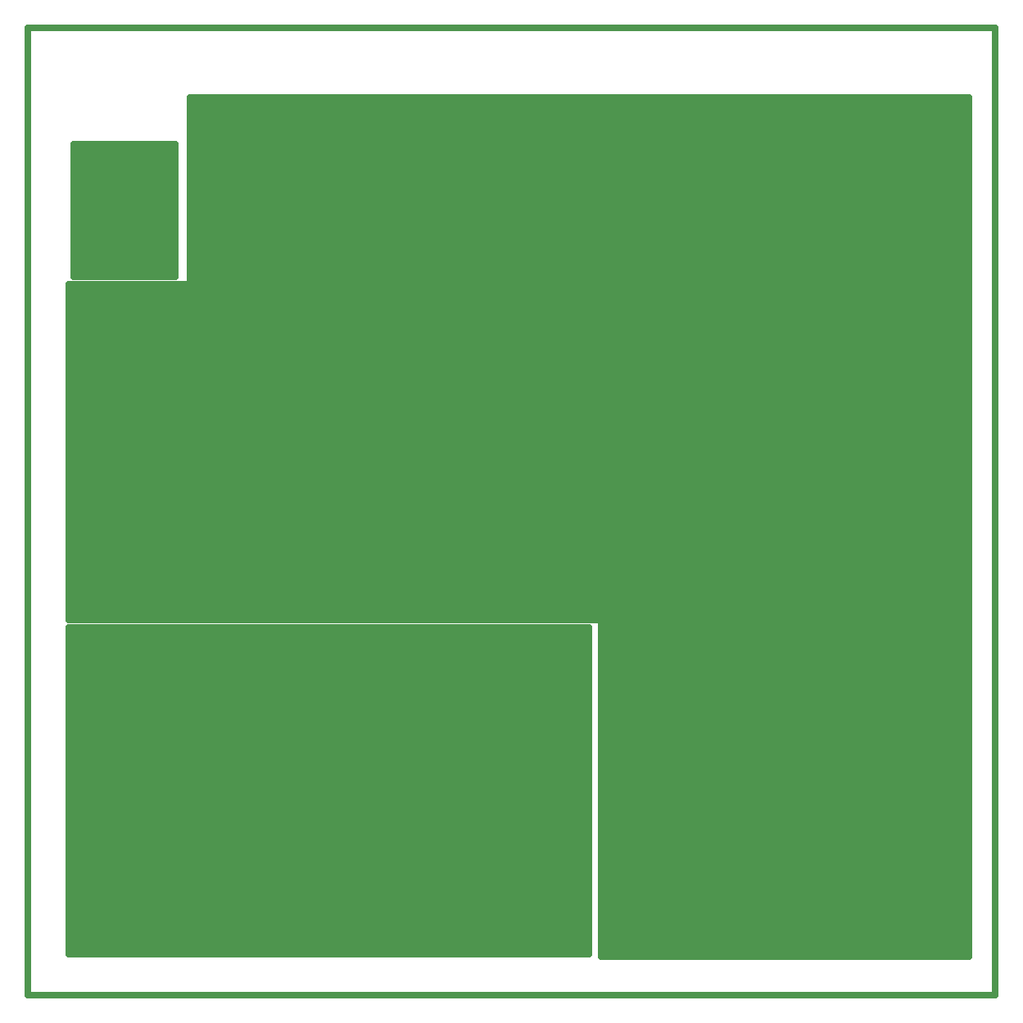
<source format=gbr>
%FSLAX23Y23*%
%MOIN*%
G04 EasyPC Gerber Version 12.0.1 Build 2704 *
%ADD88R,0.08000X0.10000*%
%ADD90R,0.08000X0.08000*%
%ADD86C,0.02500*%
%ADD84C,0.02800*%
%ADD87C,0.03000*%
%ADD92C,0.05200*%
%ADD93C,0.07600*%
%ADD91C,0.08000*%
%ADD89C,0.08000*%
X0Y0D02*
D02*
D84*
X4Y4D02*
X3941D01*
Y3941*
X4*
Y4*
D02*
D86*
X171Y171D02*
X2287D01*
Y1500*
X171*
Y171*
X286Y969D02*
X288Y980D01*
X292Y990*
X299Y999*
X308Y1005*
X318Y1010*
X329Y1011*
X340Y1010*
X350Y1005*
X359Y999*
X366Y990*
X370Y980*
X371Y969*
X370Y958*
X366Y947*
X359Y939*
X350Y932*
X340Y928*
X329Y926*
X318Y928*
X308Y932*
X299Y939*
X292Y947*
X288Y958*
X286Y969*
X286Y1269D02*
X288Y1280D01*
X292Y1290*
X299Y1299*
X308Y1305*
X318Y1309*
X329Y1311*
X340Y1309*
X350Y1305*
X359Y1299*
X365Y1290*
X370Y1280*
X371Y1269*
X370Y1258*
X365Y1247*
X359Y1239*
X350Y1232*
X340Y1228*
X329Y1226*
X318Y1228*
X308Y1232*
X299Y1239*
X292Y1247*
X288Y1258*
X286Y1269*
X530Y308D02*
X541Y307D01*
X551Y302*
X560Y296*
X566Y287*
X570Y277*
X572Y266*
X570Y255*
X566Y245*
X560Y236*
X551Y229*
X541Y225*
X530Y223*
X519Y225*
X508Y229*
X500Y236*
X493Y245*
X489Y255*
X487Y266*
X489Y277*
X493Y287*
X500Y296*
X508Y302*
X519Y307*
X530Y308*
X539Y1460D02*
X550Y1458D01*
X561Y1454*
X569Y1447*
X576Y1439*
X580Y1428*
X582Y1417*
X580Y1406*
X576Y1396*
X569Y1387*
X561Y1381*
X550Y1376*
X539Y1375*
X528Y1376*
X518Y1381*
X509Y1387*
X503Y1396*
X499Y1406*
X497Y1417*
X499Y1428*
X503Y1439*
X509Y1447*
X518Y1454*
X528Y1458*
X539Y1460*
X566Y460D02*
X565Y449D01*
X560Y439*
X554Y430*
X545Y424*
X535Y419*
X524Y418*
X513Y419*
X503Y424*
X494Y430*
X487Y439*
X483Y449*
X481Y460*
X483Y471*
X487Y481*
X494Y490*
X503Y497*
X513Y501*
X524Y503*
X535Y501*
X545Y497*
X554Y490*
X560Y481*
X565Y471*
X566Y460*
X566Y1260D02*
X565Y1249D01*
X560Y1239*
X554Y1230*
X545Y1223*
X535Y1219*
X524Y1218*
X513Y1219*
X502Y1223*
X494Y1230*
X487Y1239*
X483Y1249*
X481Y1260*
X483Y1271*
X487Y1282*
X494Y1290*
X502Y1297*
X513Y1301*
X524Y1303*
X535Y1301*
X545Y1297*
X554Y1290*
X560Y1282*
X565Y1271*
X566Y1260*
X666Y460D02*
X665Y449D01*
X660Y439*
X654Y430*
X645Y424*
X635Y419*
X624Y418*
X613Y419*
X603Y424*
X594Y430*
X587Y439*
X583Y449*
X581Y460*
X583Y471*
X587Y481*
X594Y490*
X603Y497*
X613Y501*
X624Y503*
X635Y501*
X645Y497*
X654Y490*
X660Y481*
X665Y471*
X666Y460*
Y1260D02*
X665Y1249D01*
X660Y1239*
X654Y1230*
X645Y1224*
X635Y1219*
X624Y1218*
X613Y1219*
X603Y1224*
X594Y1230*
X587Y1239*
X583Y1249*
X581Y1260*
X583Y1271*
X587Y1281*
X594Y1290*
X603Y1297*
X613Y1301*
X624Y1303*
X635Y1301*
X645Y1297*
X654Y1290*
X660Y1281*
X665Y1271*
X666Y1260*
X766Y460D02*
X765Y449D01*
X760Y439*
X754Y430*
X745Y424*
X735Y419*
X724Y418*
X713Y419*
X703Y424*
X694Y430*
X687Y439*
X683Y449*
X681Y460*
X683Y471*
X687Y481*
X694Y490*
X703Y497*
X713Y501*
X724Y503*
X735Y501*
X745Y497*
X754Y490*
X760Y481*
X765Y471*
X766Y460*
Y1260D02*
X765Y1249D01*
X760Y1239*
X754Y1230*
X745Y1224*
X735Y1219*
X724Y1218*
X713Y1219*
X703Y1224*
X694Y1230*
X687Y1239*
X683Y1249*
X681Y1260*
X683Y1271*
X687Y1281*
X694Y1290*
X703Y1297*
X713Y1301*
X724Y1303*
X735Y1301*
X745Y1297*
X754Y1290*
X760Y1281*
X765Y1271*
X766Y1260*
X830Y308D02*
X841Y307D01*
X851Y303*
X860Y296*
X866Y287*
X871Y277*
X872Y266*
X871Y255*
X866Y245*
X860Y236*
X851Y229*
X841Y225*
X830Y223*
X819Y225*
X808Y229*
X800Y236*
X793Y245*
X789Y255*
X787Y266*
X789Y277*
X793Y287*
X800Y296*
X808Y303*
X819Y307*
X830Y308*
X839Y1460D02*
X850Y1458D01*
X861Y1454*
X869Y1447*
X876Y1439*
X880Y1428*
X882Y1417*
X880Y1406*
X876Y1396*
X869Y1387*
X861Y1381*
X850Y1376*
X839Y1375*
X828Y1376*
X818Y1381*
X809Y1387*
X803Y1396*
X798Y1406*
X797Y1417*
X798Y1428*
X803Y1439*
X809Y1447*
X818Y1454*
X828Y1458*
X839Y1460*
X866Y460D02*
X865Y449D01*
X860Y439*
X854Y430*
X845Y424*
X835Y419*
X824Y418*
X813Y419*
X803Y424*
X794Y430*
X787Y439*
X783Y449*
X781Y460*
X783Y471*
X787Y481*
X794Y490*
X803Y497*
X813Y501*
X824Y503*
X835Y501*
X845Y497*
X854Y490*
X860Y481*
X865Y471*
X866Y460*
Y1260D02*
X865Y1249D01*
X860Y1239*
X854Y1230*
X845Y1224*
X835Y1219*
X824Y1218*
X813Y1219*
X803Y1224*
X794Y1230*
X787Y1239*
X783Y1249*
X781Y1260*
X783Y1271*
X787Y1281*
X794Y1290*
X803Y1297*
X813Y1301*
X824Y1303*
X835Y1301*
X845Y1297*
X854Y1290*
X860Y1281*
X865Y1271*
X866Y1260*
X966Y460D02*
X965Y449D01*
X960Y439*
X954Y430*
X945Y424*
X935Y419*
X924Y418*
X913Y419*
X903Y424*
X894Y430*
X887Y439*
X883Y449*
X881Y460*
X883Y471*
X887Y481*
X894Y490*
X903Y497*
X913Y501*
X924Y503*
X935Y501*
X945Y497*
X954Y490*
X960Y481*
X965Y471*
X966Y460*
Y1260D02*
X965Y1249D01*
X960Y1239*
X954Y1230*
X945Y1224*
X935Y1219*
X924Y1218*
X913Y1219*
X903Y1224*
X894Y1230*
X887Y1239*
X883Y1249*
X881Y1260*
X883Y1271*
X887Y1281*
X894Y1290*
X903Y1297*
X913Y1301*
X924Y1303*
X935Y1301*
X945Y1297*
X954Y1290*
X960Y1281*
X965Y1271*
X966Y1260*
X1066Y460D02*
X1065Y449D01*
X1060Y439*
X1054Y430*
X1045Y424*
X1035Y419*
X1024Y418*
X1013Y419*
X1003Y424*
X994Y430*
X987Y439*
X983Y449*
X981Y460*
X983Y471*
X987Y481*
X994Y490*
X1003Y497*
X1013Y501*
X1024Y503*
X1035Y501*
X1045Y497*
X1054Y490*
X1060Y481*
X1065Y471*
X1066Y460*
Y1260D02*
X1065Y1249D01*
X1060Y1239*
X1054Y1230*
X1045Y1224*
X1035Y1219*
X1024Y1218*
X1013Y1219*
X1003Y1224*
X994Y1230*
X987Y1239*
X983Y1249*
X981Y1260*
X983Y1271*
X987Y1281*
X994Y1290*
X1003Y1297*
X1013Y1301*
X1024Y1303*
X1035Y1301*
X1045Y1297*
X1054Y1290*
X1060Y1281*
X1065Y1271*
X1066Y1260*
X1166Y460D02*
X1165Y449D01*
X1160Y439*
X1154Y430*
X1145Y424*
X1135Y419*
X1124Y418*
X1113Y419*
X1103Y424*
X1094Y430*
X1087Y439*
X1083Y449*
X1081Y460*
X1083Y471*
X1087Y481*
X1094Y490*
X1103Y497*
X1113Y501*
X1124Y503*
X1135Y501*
X1145Y497*
X1154Y490*
X1160Y481*
X1165Y471*
X1166Y460*
Y1260D02*
X1165Y1249D01*
X1160Y1239*
X1154Y1230*
X1145Y1224*
X1135Y1219*
X1124Y1218*
X1113Y1219*
X1103Y1224*
X1094Y1230*
X1087Y1239*
X1083Y1249*
X1081Y1260*
X1083Y1271*
X1087Y1281*
X1094Y1290*
X1103Y1297*
X1113Y1301*
X1124Y1303*
X1135Y1301*
X1145Y1297*
X1154Y1290*
X1160Y1281*
X1165Y1271*
X1166Y1260*
X1266Y460D02*
X1265Y449D01*
X1260Y439*
X1254Y430*
X1245Y424*
X1235Y419*
X1224Y418*
X1213Y419*
X1203Y424*
X1194Y430*
X1187Y439*
X1183Y449*
X1181Y460*
X1183Y471*
X1187Y481*
X1194Y490*
X1203Y497*
X1213Y501*
X1224Y503*
X1235Y501*
X1245Y497*
X1254Y490*
X1260Y481*
X1265Y471*
X1266Y460*
Y1260D02*
X1265Y1249D01*
X1260Y1239*
X1254Y1230*
X1245Y1224*
X1235Y1219*
X1224Y1218*
X1213Y1219*
X1203Y1224*
X1194Y1230*
X1187Y1239*
X1183Y1249*
X1181Y1260*
X1183Y1271*
X1187Y1281*
X1194Y1290*
X1203Y1297*
X1213Y1301*
X1224Y1303*
X1235Y1301*
X1245Y1297*
X1254Y1290*
X1260Y1281*
X1265Y1271*
X1266Y1260*
X1366Y460D02*
X1365Y449D01*
X1360Y439*
X1354Y430*
X1345Y424*
X1335Y419*
X1324Y418*
X1313Y419*
X1303Y424*
X1294Y430*
X1287Y439*
X1283Y449*
X1281Y460*
X1283Y471*
X1287Y481*
X1294Y490*
X1303Y497*
X1313Y501*
X1324Y503*
X1335Y501*
X1345Y497*
X1354Y490*
X1360Y481*
X1365Y471*
X1366Y460*
Y1260D02*
X1365Y1249D01*
X1360Y1239*
X1354Y1230*
X1345Y1224*
X1335Y1219*
X1324Y1218*
X1313Y1219*
X1303Y1224*
X1294Y1230*
X1287Y1239*
X1283Y1249*
X1281Y1260*
X1283Y1271*
X1287Y1281*
X1294Y1290*
X1303Y1297*
X1313Y1301*
X1324Y1303*
X1335Y1301*
X1345Y1297*
X1354Y1290*
X1360Y1281*
X1365Y1271*
X1366Y1260*
X1466Y460D02*
X1465Y449D01*
X1460Y439*
X1454Y430*
X1445Y424*
X1435Y419*
X1424Y418*
X1413Y419*
X1403Y424*
X1394Y430*
X1387Y439*
X1383Y449*
X1381Y460*
X1383Y471*
X1387Y481*
X1394Y490*
X1403Y497*
X1413Y501*
X1424Y503*
X1435Y501*
X1445Y497*
X1454Y490*
X1460Y481*
X1465Y471*
X1466Y460*
Y1260D02*
X1465Y1249D01*
X1460Y1239*
X1454Y1230*
X1445Y1224*
X1435Y1219*
X1424Y1218*
X1413Y1219*
X1403Y1224*
X1394Y1230*
X1387Y1239*
X1383Y1249*
X1381Y1260*
X1383Y1271*
X1387Y1281*
X1394Y1290*
X1403Y1297*
X1413Y1301*
X1424Y1303*
X1435Y1301*
X1445Y1297*
X1454Y1290*
X1460Y1281*
X1465Y1271*
X1466Y1260*
X1566Y460D02*
X1565Y449D01*
X1560Y439*
X1554Y430*
X1545Y424*
X1535Y419*
X1524Y418*
X1513Y419*
X1503Y424*
X1494Y430*
X1487Y439*
X1483Y449*
X1481Y460*
X1483Y471*
X1487Y481*
X1494Y490*
X1503Y497*
X1513Y501*
X1524Y503*
X1535Y501*
X1545Y497*
X1554Y490*
X1560Y481*
X1565Y471*
X1566Y460*
Y1260D02*
X1565Y1249D01*
X1560Y1239*
X1554Y1230*
X1545Y1224*
X1535Y1219*
X1524Y1218*
X1513Y1219*
X1503Y1224*
X1494Y1230*
X1487Y1239*
X1483Y1249*
X1481Y1260*
X1483Y1271*
X1487Y1281*
X1494Y1290*
X1503Y1297*
X1513Y1301*
X1524Y1303*
X1535Y1301*
X1545Y1297*
X1554Y1290*
X1560Y1281*
X1565Y1271*
X1566Y1260*
X1666Y460D02*
X1665Y449D01*
X1660Y439*
X1654Y430*
X1645Y424*
X1635Y419*
X1624Y418*
X1613Y419*
X1603Y424*
X1594Y430*
X1587Y439*
X1583Y449*
X1581Y460*
X1583Y471*
X1587Y481*
X1594Y490*
X1603Y497*
X1613Y501*
X1624Y503*
X1635Y501*
X1645Y497*
X1654Y490*
X1660Y481*
X1665Y471*
X1666Y460*
Y1260D02*
X1665Y1249D01*
X1660Y1239*
X1654Y1230*
X1645Y1224*
X1635Y1219*
X1624Y1218*
X1613Y1219*
X1603Y1224*
X1594Y1230*
X1587Y1239*
X1583Y1249*
X1581Y1260*
X1583Y1271*
X1587Y1281*
X1594Y1290*
X1603Y1297*
X1613Y1301*
X1624Y1303*
X1635Y1301*
X1645Y1297*
X1654Y1290*
X1660Y1281*
X1665Y1271*
X1666Y1260*
X1711Y308D02*
X1722Y307D01*
X1732Y302*
X1741Y296*
X1747Y287*
X1752Y277*
X1753Y266*
X1752Y255*
X1747Y245*
X1741Y236*
X1732Y229*
X1722Y225*
X1711Y223*
X1700Y225*
X1690Y229*
X1681Y236*
X1674Y245*
X1670Y255*
X1668Y266*
X1670Y277*
X1674Y287*
X1681Y296*
X1690Y302*
X1700Y307*
X1711Y308*
X1766Y460D02*
X1765Y449D01*
X1760Y439*
X1754Y430*
X1745Y424*
X1735Y419*
X1724Y418*
X1713Y419*
X1703Y424*
X1694Y430*
X1687Y439*
X1683Y449*
X1681Y460*
X1683Y471*
X1687Y481*
X1694Y490*
X1703Y497*
X1713Y501*
X1724Y503*
X1735Y501*
X1745Y497*
X1754Y490*
X1760Y481*
X1765Y471*
X1766Y460*
Y1260D02*
X1765Y1249D01*
X1760Y1239*
X1754Y1230*
X1745Y1224*
X1735Y1219*
X1724Y1218*
X1713Y1219*
X1703Y1224*
X1694Y1230*
X1687Y1239*
X1683Y1249*
X1681Y1260*
X1683Y1271*
X1687Y1281*
X1694Y1290*
X1703Y1297*
X1713Y1301*
X1724Y1303*
X1735Y1301*
X1745Y1297*
X1754Y1290*
X1760Y1281*
X1765Y1271*
X1766Y1260*
X1866Y460D02*
X1865Y449D01*
X1860Y439*
X1854Y430*
X1845Y424*
X1835Y419*
X1824Y418*
X1813Y419*
X1803Y424*
X1794Y430*
X1787Y439*
X1783Y449*
X1781Y460*
X1783Y471*
X1787Y481*
X1794Y490*
X1803Y497*
X1813Y501*
X1824Y503*
X1835Y501*
X1845Y497*
X1854Y490*
X1860Y481*
X1865Y471*
X1866Y460*
Y1260D02*
X1865Y1249D01*
X1860Y1239*
X1854Y1230*
X1845Y1224*
X1835Y1219*
X1824Y1218*
X1813Y1219*
X1803Y1224*
X1794Y1230*
X1787Y1239*
X1783Y1249*
X1781Y1260*
X1783Y1271*
X1787Y1281*
X1794Y1290*
X1803Y1297*
X1813Y1301*
X1824Y1303*
X1835Y1301*
X1845Y1297*
X1854Y1290*
X1860Y1281*
X1865Y1271*
X1866Y1260*
X1966Y460D02*
X1965Y449D01*
X1960Y439*
X1954Y430*
X1945Y424*
X1935Y419*
X1924Y418*
X1913Y419*
X1903Y424*
X1894Y430*
X1887Y439*
X1883Y449*
X1881Y460*
X1883Y471*
X1887Y481*
X1894Y490*
X1903Y497*
X1913Y501*
X1924Y503*
X1935Y501*
X1945Y497*
X1954Y490*
X1960Y481*
X1965Y471*
X1966Y460*
Y1260D02*
X1965Y1249D01*
X1960Y1239*
X1954Y1230*
X1945Y1224*
X1935Y1219*
X1924Y1218*
X1913Y1219*
X1903Y1224*
X1894Y1230*
X1887Y1239*
X1883Y1249*
X1881Y1260*
X1883Y1271*
X1887Y1281*
X1894Y1290*
X1903Y1297*
X1913Y1301*
X1924Y1303*
X1935Y1301*
X1945Y1297*
X1954Y1290*
X1960Y1281*
X1965Y1271*
X1966Y1260*
X2011Y308D02*
X2022Y307D01*
X2032Y303*
X2041Y296*
X2047Y287*
X2052Y277*
X2053Y266*
X2052Y255*
X2047Y245*
X2041Y236*
X2032Y229*
X2022Y225*
X2011Y223*
X2000Y225*
X1989Y229*
X1981Y236*
X1974Y245*
X1970Y255*
X1968Y266*
X1970Y277*
X1974Y287*
X1981Y296*
X1989Y303*
X2000Y307*
X2011Y308*
X2066Y460D02*
X2065Y449D01*
X2060Y439*
X2054Y430*
X2045Y424*
X2035Y419*
X2024Y418*
X2013Y419*
X2003Y424*
X1994Y430*
X1987Y439*
X1983Y449*
X1981Y460*
X1983Y471*
X1987Y481*
X1994Y490*
X2003Y497*
X2013Y501*
X2024Y503*
X2035Y501*
X2045Y497*
X2054Y490*
X2060Y481*
X2065Y471*
X2066Y460*
Y1260D02*
X2065Y1249D01*
X2060Y1239*
X2054Y1230*
X2045Y1224*
X2035Y1219*
X2024Y1218*
X2013Y1219*
X2003Y1224*
X1994Y1230*
X1987Y1239*
X1983Y1249*
X1981Y1260*
X1983Y1271*
X1987Y1281*
X1994Y1290*
X2003Y1297*
X2013Y1301*
X2024Y1303*
X2035Y1301*
X2045Y1297*
X2054Y1290*
X2060Y1281*
X2065Y1271*
X2066Y1260*
X2202Y503D02*
X2191Y504D01*
X2181Y509*
X2172Y515*
X2166Y524*
X2162Y534*
X2160Y545*
X2162Y556*
X2166Y567*
X2172Y575*
X2181Y582*
X2191Y586*
X2202Y588*
X2213Y586*
X2224Y582*
X2232Y575*
X2239Y567*
X2243Y556*
X2245Y545*
X2243Y534*
X2239Y524*
X2232Y515*
X2224Y509*
X2213Y504*
X2202Y503*
Y710D02*
X2191Y711D01*
X2181Y715*
X2172Y722*
X2166Y731*
X2161Y741*
X2160Y752*
X2161Y763*
X2166Y773*
X2172Y782*
X2181Y789*
X2191Y793*
X2202Y795*
X2213Y793*
X2224Y789*
X2232Y782*
X2239Y773*
X2243Y763*
X2245Y752*
X2243Y741*
X2239Y731*
X2232Y722*
X2224Y715*
X2213Y711*
X2202Y710*
X171Y171D02*
X2287D01*
X171Y194D02*
X2287D01*
X171Y217D02*
X2287D01*
X171Y240D02*
X496D01*
X563D02*
X796D01*
X864D02*
X1677D01*
X1745D02*
X1977D01*
X2045D02*
X2287D01*
X171Y263D02*
X487D01*
X572D02*
X787D01*
X872D02*
X1668D01*
X1753D02*
X1968D01*
X2053D02*
X2287D01*
X171Y286D02*
X493D01*
X567D02*
X792D01*
X867D02*
X1674D01*
X1748D02*
X1973D01*
X2048D02*
X2287D01*
X171Y309D02*
X2287D01*
X171Y332D02*
X2287D01*
X171Y355D02*
X2287D01*
X171Y378D02*
X2287D01*
X171Y401D02*
X2287D01*
X171Y424D02*
X501D01*
X546D02*
X601D01*
X646D02*
X701D01*
X746D02*
X801D01*
X846D02*
X901D01*
X946D02*
X1001D01*
X1046D02*
X1101D01*
X1146D02*
X1201D01*
X1246D02*
X1301D01*
X1346D02*
X1401D01*
X1446D02*
X1501D01*
X1546D02*
X1601D01*
X1646D02*
X1701D01*
X1746D02*
X1801D01*
X1846D02*
X1901D01*
X1946D02*
X2001D01*
X2046D02*
X2287D01*
X171Y447D02*
X483D01*
X564D02*
X583D01*
X664D02*
X683D01*
X764D02*
X783D01*
X864D02*
X883D01*
X964D02*
X983D01*
X1064D02*
X1083D01*
X1164D02*
X1183D01*
X1264D02*
X1283D01*
X1364D02*
X1383D01*
X1464D02*
X1483D01*
X1564D02*
X1583D01*
X1664D02*
X1683D01*
X1764D02*
X1783D01*
X1864D02*
X1883D01*
X1964D02*
X1983D01*
X2064D02*
X2287D01*
X171Y470D02*
X483D01*
X565D02*
X583D01*
X665D02*
X683D01*
X765D02*
X783D01*
X865D02*
X883D01*
X965D02*
X983D01*
X1065D02*
X1083D01*
X1165D02*
X1183D01*
X1265D02*
X1283D01*
X1365D02*
X1383D01*
X1465D02*
X1483D01*
X1565D02*
X1583D01*
X1665D02*
X1683D01*
X1765D02*
X1783D01*
X1865D02*
X1883D01*
X1965D02*
X1983D01*
X2065D02*
X2287D01*
X171Y493D02*
X497D01*
X550D02*
X597D01*
X650D02*
X697D01*
X750D02*
X797D01*
X850D02*
X897D01*
X950D02*
X997D01*
X1050D02*
X1097D01*
X1150D02*
X1197D01*
X1250D02*
X1297D01*
X1350D02*
X1397D01*
X1450D02*
X1497D01*
X1550D02*
X1597D01*
X1650D02*
X1697D01*
X1750D02*
X1797D01*
X1850D02*
X1897D01*
X1950D02*
X1997D01*
X2050D02*
X2287D01*
X171Y516D02*
X2172D01*
X2233D02*
X2287D01*
X171Y539D02*
X2161D01*
X2244D02*
X2287D01*
X171Y562D02*
X2164D01*
X2241D02*
X2287D01*
X171Y585D02*
X2188D01*
X2216D02*
X2287D01*
X171Y608D02*
X2287D01*
X171Y631D02*
X2287D01*
X171Y654D02*
X2287D01*
X171Y677D02*
X2287D01*
X171Y700D02*
X2287D01*
X171Y723D02*
X2171D01*
X2234D02*
X2287D01*
X171Y746D02*
X2160D01*
X2245D02*
X2287D01*
X171Y769D02*
X2164D01*
X2241D02*
X2287D01*
X171Y792D02*
X2189D01*
X2216D02*
X2287D01*
X171Y815D02*
X2287D01*
X171Y838D02*
X2287D01*
X171Y861D02*
X2287D01*
X171Y884D02*
X2287D01*
X171Y907D02*
X2287D01*
X171Y930D02*
X310D01*
X347D02*
X2287D01*
X171Y953D02*
X289D01*
X368D02*
X2287D01*
X171Y976D02*
X287D01*
X371D02*
X2287D01*
X171Y999D02*
X299D01*
X358D02*
X2287D01*
X171Y1022D02*
X2287D01*
X171Y1045D02*
X2287D01*
X171Y1068D02*
X2287D01*
X171Y1091D02*
X2287D01*
X171Y1114D02*
X2287D01*
X171Y1137D02*
X2287D01*
X171Y1160D02*
X2287D01*
X171Y1183D02*
X2287D01*
X171Y1206D02*
X2287D01*
X171Y1229D02*
X313D01*
X345D02*
X495D01*
X553D02*
X595D01*
X653D02*
X695D01*
X753D02*
X795D01*
X853D02*
X895D01*
X953D02*
X995D01*
X1053D02*
X1095D01*
X1153D02*
X1195D01*
X1253D02*
X1295D01*
X1353D02*
X1395D01*
X1453D02*
X1495D01*
X1553D02*
X1595D01*
X1653D02*
X1695D01*
X1753D02*
X1795D01*
X1853D02*
X1895D01*
X1953D02*
X1995D01*
X2053D02*
X2287D01*
X171Y1252D02*
X290D01*
X368D02*
X482D01*
X565D02*
X582D01*
X665D02*
X682D01*
X765D02*
X782D01*
X865D02*
X882D01*
X965D02*
X982D01*
X1065D02*
X1082D01*
X1165D02*
X1182D01*
X1265D02*
X1282D01*
X1365D02*
X1382D01*
X1465D02*
X1482D01*
X1565D02*
X1582D01*
X1665D02*
X1682D01*
X1765D02*
X1782D01*
X1865D02*
X1882D01*
X1965D02*
X1982D01*
X2065D02*
X2287D01*
X171Y1275D02*
X287D01*
X371D02*
X484D01*
X563D02*
X584D01*
X663D02*
X684D01*
X763D02*
X784D01*
X863D02*
X884D01*
X963D02*
X984D01*
X1063D02*
X1084D01*
X1163D02*
X1184D01*
X1263D02*
X1284D01*
X1363D02*
X1384D01*
X1463D02*
X1484D01*
X1563D02*
X1584D01*
X1663D02*
X1684D01*
X1763D02*
X1784D01*
X1863D02*
X1884D01*
X1963D02*
X1984D01*
X2063D02*
X2287D01*
X171Y1298D02*
X299D01*
X359D02*
X505D01*
X543D02*
X605D01*
X642D02*
X705D01*
X742D02*
X805D01*
X842D02*
X905D01*
X942D02*
X1005D01*
X1042D02*
X1105D01*
X1142D02*
X1205D01*
X1242D02*
X1305D01*
X1342D02*
X1405D01*
X1442D02*
X1505D01*
X1542D02*
X1605D01*
X1642D02*
X1705D01*
X1742D02*
X1805D01*
X1842D02*
X1905D01*
X1942D02*
X2005D01*
X2042D02*
X2287D01*
X171Y1321D02*
X2287D01*
X171Y1344D02*
X2287D01*
X171Y1367D02*
X2287D01*
X171Y1390D02*
X507D01*
X572D02*
X807D01*
X872D02*
X2287D01*
X171Y1413D02*
X497D01*
X582D02*
X797D01*
X882D02*
X2287D01*
X171Y1436D02*
X502D01*
X577D02*
X801D01*
X877D02*
X2287D01*
X171Y1459D02*
X534D01*
X545D02*
X833D01*
X846D02*
X2287D01*
X171Y1482D02*
X2287D01*
X191Y2927D02*
X604D01*
Y3469*
X191*
Y2927*
X260Y3157D02*
X271Y3155D01*
X281Y3151*
X290Y3144*
X297Y3135*
X301Y3125*
X302Y3114*
X301Y3103*
X297Y3093*
X290Y3084*
X281Y3078*
X271Y3073*
X260Y3072*
X249Y3073*
X239Y3078*
X230Y3084*
X223Y3093*
X219Y3103*
X218Y3114*
X219Y3125*
X223Y3135*
X230Y3144*
X239Y3151*
X249Y3155*
X260Y3157*
X409Y3363D02*
Y3279D01*
X324*
Y3363*
X409*
X509Y3363D02*
Y3278D01*
X424*
Y3363*
X509*
X560Y3157D02*
X571Y3155D01*
X581Y3151*
X590Y3144*
X597Y3135*
X601Y3125*
X602Y3114*
X601Y3103*
X597Y3093*
X590Y3084*
X581Y3077*
X571Y3073*
X560Y3072*
X549Y3073*
X539Y3077*
X530Y3084*
X523Y3093*
X519Y3103*
X517Y3114*
X519Y3125*
X523Y3135*
X530Y3144*
X539Y3151*
X549Y3155*
X560Y3157*
X191Y2927D02*
X604D01*
X191Y2950D02*
X604D01*
X191Y2973D02*
X604D01*
X191Y2996D02*
X604D01*
X191Y3019D02*
X604D01*
X191Y3042D02*
X604D01*
X191Y3065D02*
X604D01*
X191Y3088D02*
X226D01*
X293D02*
X526D01*
X594D02*
X604D01*
X191Y3111D02*
X218D01*
X302D02*
X518D01*
X602D02*
X604D01*
X191Y3134D02*
X223D01*
X297D02*
X522D01*
X597D02*
X604D01*
X191Y3157D02*
X604D01*
X191Y3180D02*
X604D01*
X191Y3203D02*
X604D01*
X191Y3226D02*
X604D01*
X191Y3249D02*
X604D01*
X191Y3272D02*
X604D01*
X191Y3295D02*
X324D01*
X409D02*
X424D01*
X509D02*
X604D01*
X191Y3318D02*
X324D01*
X409D02*
X424D01*
X509D02*
X604D01*
X191Y3341D02*
X324D01*
X409D02*
X424D01*
X509D02*
X604D01*
X191Y3364D02*
X604D01*
X191Y3387D02*
X604D01*
X191Y3410D02*
X604D01*
X191Y3433D02*
X604D01*
X191Y3456D02*
X604D01*
X663Y3656D02*
Y2898D01*
X171*
Y1530*
X2337*
Y161*
X3833*
Y3656*
X663*
X411Y2450D02*
X409Y2439D01*
X405Y2429*
X398Y2420*
X389Y2413*
X379Y2409*
X368Y2408*
X357Y2409*
X347Y2413*
X338Y2420*
X332Y2429*
X327Y2439*
X326Y2450*
X327Y2461*
X332Y2471*
X338Y2480*
X347Y2487*
X357Y2491*
X368Y2492*
X379Y2491*
X389Y2487*
X398Y2480*
X405Y2471*
X409Y2461*
X411Y2450*
Y2750D02*
X409Y2739D01*
X405Y2729*
X398Y2720*
X389Y2713*
X379Y2709*
X368Y2708*
X357Y2709*
X347Y2713*
X338Y2720*
X332Y2729*
X327Y2739*
X326Y2750*
X327Y2761*
X332Y2771*
X338Y2780*
X347Y2787*
X357Y2791*
X368Y2792*
X379Y2791*
X389Y2787*
X398Y2780*
X405Y2771*
X409Y2761*
X411Y2750*
X441Y1903D02*
X452Y1901D01*
X462Y1897*
X471Y1890*
X478Y1882*
X482Y1871*
X484Y1860*
X482Y1849*
X478Y1839*
X471Y1830*
X462Y1823*
X452Y1819*
X441Y1818*
X430Y1819*
X420Y1823*
X411Y1830*
X404Y1839*
X400Y1849*
X399Y1860*
X400Y1871*
X404Y1882*
X411Y1890*
X420Y1897*
X430Y1901*
X441Y1903*
X532Y2745D02*
X534Y2756D01*
X538Y2766*
X545Y2775*
X554Y2782*
X564Y2786*
X575Y2787*
X586Y2786*
X596Y2782*
X605Y2775*
X612Y2766*
X616Y2756*
X617Y2745*
X616Y2734*
X612Y2724*
X605Y2715*
X596Y2708*
X586Y2704*
X575Y2702*
X564Y2704*
X554Y2708*
X545Y2715*
X538Y2724*
X534Y2734*
X532Y2745*
X533Y2445D02*
X534Y2456D01*
X538Y2466*
X545Y2475*
X554Y2482*
X564Y2486*
X575Y2487*
X586Y2486*
X596Y2482*
X605Y2475*
X612Y2466*
X616Y2456*
X617Y2445*
X616Y2434*
X612Y2424*
X605Y2415*
X596Y2408*
X586Y2404*
X575Y2403*
X564Y2404*
X554Y2408*
X545Y2415*
X538Y2424*
X534Y2434*
X533Y2445*
X741Y1903D02*
X752Y1901D01*
X762Y1897*
X771Y1890*
X778Y1881*
X782Y1871*
X783Y1860*
X782Y1849*
X778Y1839*
X771Y1830*
X762Y1824*
X752Y1819*
X741Y1818*
X730Y1819*
X720Y1824*
X711Y1830*
X704Y1839*
X700Y1849*
X699Y1860*
X700Y1871*
X704Y1881*
X711Y1890*
X720Y1897*
X730Y1901*
X741Y1903*
X775Y2580D02*
X764Y2581D01*
X754Y2585*
X745Y2592*
X738Y2601*
X734Y2611*
X733Y2622*
X734Y2633*
X738Y2643*
X745Y2652*
X754Y2659*
X764Y2663*
X775Y2665*
X786Y2663*
X797Y2659*
X805Y2652*
X812Y2643*
X816Y2633*
X818Y2622*
X816Y2611*
X812Y2601*
X805Y2592*
X797Y2585*
X786Y2581*
X775Y2580*
X880Y2812D02*
X891Y2811D01*
X901Y2806*
X910Y2800*
X917Y2791*
X921Y2781*
X922Y2770*
X921Y2759*
X917Y2749*
X910Y2740*
X901Y2733*
X891Y2729*
X880Y2727*
X869Y2729*
X859Y2733*
X850Y2740*
X843Y2749*
X839Y2759*
X838Y2770*
X839Y2781*
X843Y2791*
X850Y2800*
X859Y2806*
X869Y2811*
X880Y2812*
X1172Y1756D02*
X1174Y1767D01*
X1178Y1777*
X1185Y1786*
X1193Y1793*
X1204Y1797*
X1215Y1798*
X1226Y1797*
X1236Y1793*
X1245Y1786*
X1251Y1777*
X1256Y1767*
X1257Y1756*
X1256Y1745*
X1251Y1735*
X1245Y1726*
X1236Y1719*
X1226Y1715*
X1215Y1714*
X1204Y1715*
X1193Y1719*
X1185Y1726*
X1178Y1735*
X1174Y1745*
X1172Y1756*
Y2056D02*
X1174Y2067D01*
X1178Y2077*
X1185Y2086*
X1193Y2093*
X1204Y2097*
X1215Y2098*
X1226Y2097*
X1236Y2093*
X1245Y2086*
X1251Y2077*
X1256Y2067*
X1257Y2056*
X1256Y2045*
X1251Y2035*
X1245Y2026*
X1236Y2019*
X1226Y2015*
X1215Y2014*
X1204Y2015*
X1193Y2019*
X1185Y2026*
X1178Y2035*
X1174Y2045*
X1172Y2056*
X1175Y2580D02*
X1164Y2581D01*
X1154Y2585*
X1145Y2592*
X1139Y2601*
X1134Y2611*
X1133Y2622*
X1134Y2633*
X1139Y2643*
X1145Y2652*
X1154Y2659*
X1164Y2663*
X1175Y2664*
X1186Y2663*
X1196Y2659*
X1205Y2652*
X1212Y2643*
X1216Y2633*
X1218Y2622*
X1216Y2611*
X1212Y2601*
X1205Y2592*
X1196Y2585*
X1186Y2581*
X1175Y2580*
X1180Y2812D02*
X1191Y2811D01*
X1201Y2806*
X1210Y2800*
X1217Y2791*
X1221Y2781*
X1222Y2770*
X1221Y2759*
X1217Y2749*
X1210Y2740*
X1201Y2733*
X1191Y2729*
X1180Y2727*
X1169Y2729*
X1159Y2733*
X1150Y2740*
X1143Y2749*
X1139Y2759*
X1138Y2770*
X1139Y2781*
X1143Y2791*
X1150Y2800*
X1159Y2806*
X1169Y2811*
X1180Y2812*
X1218Y2157D02*
X1207Y2158D01*
X1197Y2162*
X1188Y2169*
X1182Y2178*
X1177Y2188*
X1176Y2199*
X1177Y2210*
X1182Y2220*
X1188Y2229*
X1197Y2236*
X1207Y2240*
X1218Y2241*
X1229Y2240*
X1239Y2236*
X1248Y2229*
X1255Y2220*
X1259Y2210*
X1261Y2199*
X1259Y2188*
X1255Y2178*
X1248Y2169*
X1239Y2162*
X1229Y2158*
X1218Y2157*
X1418Y2363D02*
X1407Y2365D01*
X1397Y2369*
X1388Y2376*
X1382Y2384*
X1377Y2395*
X1376Y2406*
X1377Y2417*
X1382Y2427*
X1388Y2436*
X1397Y2442*
X1407Y2446*
X1418Y2448*
X1429Y2446*
X1439Y2442*
X1448Y2436*
X1455Y2427*
X1459Y2417*
X1461Y2406*
X1459Y2395*
X1455Y2384*
X1448Y2376*
X1439Y2369*
X1429Y2365*
X1418Y2363*
X1422Y2800D02*
X1433Y2799D01*
X1443Y2795*
X1452Y2788*
X1458Y2779*
X1463Y2769*
X1464Y2758*
X1463Y2747*
X1458Y2737*
X1452Y2728*
X1443Y2721*
X1433Y2717*
X1422Y2716*
X1411Y2717*
X1401Y2721*
X1392Y2728*
X1385Y2737*
X1381Y2747*
X1379Y2758*
X1381Y2769*
X1385Y2779*
X1392Y2788*
X1401Y2795*
X1411Y2799*
X1422Y2800*
X1431Y3511D02*
X1442Y3510D01*
X1452Y3505*
X1461Y3499*
X1468Y3490*
X1472Y3480*
X1474Y3469*
X1472Y3458*
X1468Y3447*
X1461Y3439*
X1452Y3432*
X1442Y3428*
X1431Y3426*
X1420Y3428*
X1410Y3432*
X1401Y3439*
X1394Y3447*
X1390Y3458*
X1389Y3469*
X1390Y3480*
X1394Y3490*
X1401Y3499*
X1410Y3505*
X1420Y3510*
X1431Y3511*
X1464Y2911D02*
X1463Y2900D01*
X1458Y2890*
X1452Y2881*
X1443Y2874*
X1433Y2870*
X1422Y2868*
X1411Y2870*
X1401Y2874*
X1392Y2881*
X1385Y2890*
X1381Y2900*
X1379Y2911*
X1381Y2922*
X1385Y2932*
X1392Y2941*
X1401Y2947*
X1411Y2952*
X1422Y2953*
X1433Y2952*
X1443Y2947*
X1452Y2941*
X1458Y2932*
X1463Y2922*
X1464Y2911*
Y3211D02*
X1463Y3200D01*
X1458Y3190*
X1452Y3181*
X1443Y3174*
X1433Y3170*
X1422Y3168*
X1411Y3170*
X1401Y3174*
X1392Y3181*
X1385Y3190*
X1381Y3200*
X1379Y3211*
X1381Y3222*
X1385Y3232*
X1392Y3241*
X1401Y3247*
X1411Y3252*
X1422Y3253*
X1433Y3252*
X1443Y3247*
X1452Y3241*
X1458Y3232*
X1463Y3222*
X1464Y3211*
X1576Y1756D02*
X1577Y1767D01*
X1582Y1777*
X1588Y1786*
X1597Y1793*
X1607Y1797*
X1618Y1798*
X1629Y1797*
X1639Y1793*
X1648Y1786*
X1655Y1777*
X1659Y1767*
X1661Y1756*
X1659Y1745*
X1655Y1735*
X1648Y1726*
X1639Y1719*
X1629Y1715*
X1618Y1714*
X1607Y1715*
X1597Y1719*
X1588Y1726*
X1582Y1735*
X1577Y1745*
X1576Y1756*
Y2056D02*
X1577Y2067D01*
X1582Y2077*
X1588Y2086*
X1597Y2093*
X1607Y2097*
X1618Y2098*
X1629Y2097*
X1639Y2093*
X1648Y2086*
X1655Y2077*
X1659Y2067*
X1661Y2056*
X1659Y2045*
X1655Y2035*
X1648Y2026*
X1639Y2019*
X1629Y2015*
X1618Y2014*
X1607Y2015*
X1597Y2019*
X1588Y2026*
X1582Y2035*
X1577Y2045*
X1576Y2056*
X1618Y2157D02*
X1607Y2158D01*
X1597Y2162*
X1588Y2169*
X1582Y2178*
X1577Y2188*
X1576Y2199*
X1577Y2210*
X1582Y2220*
X1588Y2229*
X1597Y2236*
X1607Y2240*
X1618Y2241*
X1629Y2240*
X1639Y2236*
X1648Y2229*
X1655Y2220*
X1659Y2210*
X1661Y2199*
X1659Y2188*
X1655Y2178*
X1648Y2169*
X1639Y2162*
X1629Y2158*
X1618Y2157*
Y2363D02*
X1607Y2365D01*
X1597Y2369*
X1588Y2376*
X1582Y2384*
X1577Y2395*
X1576Y2406*
X1577Y2417*
X1582Y2427*
X1588Y2436*
X1597Y2442*
X1607Y2446*
X1618Y2448*
X1629Y2446*
X1639Y2442*
X1648Y2436*
X1655Y2427*
X1659Y2417*
X1661Y2406*
X1659Y2395*
X1655Y2384*
X1648Y2376*
X1639Y2369*
X1629Y2365*
X1618Y2363*
X1622Y2800D02*
X1633Y2799D01*
X1643Y2795*
X1652Y2788*
X1658Y2779*
X1663Y2769*
X1664Y2758*
X1663Y2747*
X1658Y2737*
X1652Y2728*
X1643Y2721*
X1633Y2717*
X1622Y2716*
X1611Y2717*
X1601Y2721*
X1592Y2728*
X1585Y2737*
X1581Y2747*
X1579Y2758*
X1581Y2769*
X1585Y2779*
X1592Y2788*
X1601Y2795*
X1611Y2799*
X1622Y2800*
X1659Y2573D02*
X1660Y2582D01*
X1664Y2590*
X1670Y2596*
X1678Y2600*
X1687Y2601*
X1696Y2600*
X1704Y2596*
X1710Y2590*
X1714Y2582*
X1715Y2573*
X1714Y2564*
X1710Y2556*
X1704Y2550*
X1696Y2546*
X1687Y2545*
X1678Y2546*
X1670Y2550*
X1664Y2556*
X1660Y2564*
X1659Y2573*
X1671Y2911D02*
X1669Y2900D01*
X1665Y2890*
X1658Y2881*
X1650Y2874*
X1639Y2870*
X1628Y2868*
X1617Y2870*
X1607Y2874*
X1598Y2881*
X1592Y2890*
X1588Y2900*
X1586Y2911*
X1588Y2922*
X1592Y2932*
X1598Y2941*
X1607Y2947*
X1617Y2952*
X1628Y2953*
X1639Y2952*
X1650Y2947*
X1658Y2941*
X1665Y2932*
X1669Y2922*
X1671Y2911*
Y3211D02*
X1669Y3200D01*
X1665Y3190*
X1658Y3181*
X1650Y3174*
X1639Y3170*
X1628Y3168*
X1617Y3170*
X1607Y3174*
X1598Y3181*
X1592Y3190*
X1588Y3200*
X1586Y3211*
X1588Y3222*
X1592Y3232*
X1598Y3241*
X1607Y3247*
X1617Y3252*
X1628Y3253*
X1639Y3252*
X1650Y3247*
X1658Y3241*
X1665Y3232*
X1669Y3222*
X1671Y3211*
X1731Y3511D02*
X1742Y3509D01*
X1752Y3505*
X1761Y3499*
X1768Y3490*
X1772Y3480*
X1774Y3469*
X1772Y3458*
X1768Y3447*
X1761Y3439*
X1752Y3432*
X1742Y3428*
X1731Y3426*
X1720Y3428*
X1710Y3432*
X1701Y3439*
X1694Y3447*
X1690Y3458*
X1689Y3469*
X1690Y3480*
X1694Y3490*
X1701Y3499*
X1710Y3505*
X1720Y3509*
X1731Y3511*
X1785Y2327D02*
X1786Y2337D01*
X1790Y2347*
X1796Y2355*
X1805Y2362*
X1814Y2366*
X1825Y2367*
X1835Y2366*
X1845Y2362*
X1853Y2355*
X1860Y2347*
X1864Y2337*
X1865Y2327*
X1864Y2316*
X1860Y2307*
X1853Y2298*
X1845Y2292*
X1835Y2288*
X1825Y2286*
X1814Y2288*
X1805Y2292*
X1796Y2298*
X1790Y2307*
X1786Y2316*
X1785Y2327*
X1836Y2209D02*
X1837Y2217D01*
X1841Y2225*
X1848Y2232*
X1855Y2236*
X1864Y2237*
X1873Y2236*
X1881Y2232*
X1887Y2225*
X1891Y2217*
X1893Y2209*
X1891Y2200*
X1887Y2192*
X1881Y2186*
X1873Y2182*
X1864Y2180*
X1855Y2182*
X1848Y2186*
X1841Y2192*
X1837Y2200*
X1836Y2209*
X1865Y2563D02*
X1867Y2572D01*
X1871Y2580*
X1877Y2586*
X1885Y2590*
X1894Y2592*
X1903Y2590*
X1911Y2586*
X1917Y2580*
X1921Y2572*
X1922Y2563*
X1921Y2554*
X1917Y2546*
X1911Y2540*
X1903Y2536*
X1894Y2535*
X1885Y2536*
X1877Y2540*
X1871Y2546*
X1867Y2554*
X1865Y2563*
X1877Y2517D02*
X1876Y2506D01*
X1872Y2496*
X1865Y2487*
X1856Y2480*
X1846Y2476*
X1835Y2475*
X1824Y2476*
X1814Y2480*
X1805Y2487*
X1798Y2496*
X1794Y2506*
X1793Y2517*
X1794Y2528*
X1798Y2538*
X1805Y2547*
X1814Y2554*
X1824Y2558*
X1835Y2559*
X1846Y2558*
X1856Y2554*
X1865Y2547*
X1872Y2538*
X1876Y2528*
X1877Y2517*
X1878Y2817D02*
X1876Y2806D01*
X1872Y2796*
X1865Y2787*
X1856Y2780*
X1846Y2776*
X1835Y2774*
X1824Y2776*
X1814Y2780*
X1805Y2787*
X1798Y2796*
X1794Y2806*
X1793Y2817*
X1794Y2828*
X1798Y2838*
X1805Y2847*
X1814Y2854*
X1824Y2858*
X1835Y2859*
X1846Y2858*
X1856Y2854*
X1865Y2847*
X1872Y2838*
X1876Y2828*
X1878Y2817*
X1944Y2730D02*
X1945Y2739D01*
X1949Y2747*
X1956Y2753*
X1964Y2757*
X1973Y2759*
X1981Y2757*
X1989Y2753*
X1996Y2747*
X2000Y2739*
X2001Y2730*
X2000Y2722*
X1996Y2714*
X1989Y2707*
X1981Y2703*
X1973Y2702*
X1964Y2703*
X1956Y2707*
X1949Y2714*
X1945Y2722*
X1944Y2730*
X1944Y2100D02*
X1946Y2109D01*
X1950Y2117*
X1956Y2123*
X1964Y2127*
X1973Y2129*
X1981Y2127*
X1989Y2123*
X1995Y2117*
X1999Y2109*
X2001Y2100*
X1999Y2092*
X1995Y2084*
X1989Y2078*
X1981Y2074*
X1972Y2072*
X1964Y2074*
X1956Y2078*
X1950Y2084*
X1946Y2092*
X1944Y2100*
X1946Y2929D02*
X1945Y2918D01*
X1941Y2908*
X1934Y2899*
X1925Y2892*
X1915Y2888*
X1904Y2886*
X1893Y2888*
X1883Y2892*
X1874Y2899*
X1867Y2908*
X1863Y2918*
X1862Y2929*
X1863Y2940*
X1867Y2950*
X1874Y2959*
X1883Y2965*
X1893Y2970*
X1904Y2971*
X1915Y2970*
X1925Y2965*
X1934Y2959*
X1941Y2950*
X1945Y2940*
X1946Y2929*
Y3329D02*
X1945Y3318D01*
X1941Y3308*
X1934Y3299*
X1925Y3292*
X1915Y3288*
X1904Y3286*
X1893Y3288*
X1883Y3292*
X1874Y3299*
X1867Y3308*
X1863Y3318*
X1862Y3329*
X1863Y3340*
X1867Y3350*
X1874Y3359*
X1883Y3365*
X1893Y3370*
X1904Y3371*
X1915Y3370*
X1925Y3365*
X1934Y3359*
X1941Y3350*
X1945Y3340*
X1946Y3329*
X2001Y2327D02*
X2002Y2337D01*
X2006Y2347*
X2013Y2355*
X2021Y2362*
X2031Y2366*
X2041Y2367*
X2052Y2366*
X2062Y2362*
X2070Y2355*
X2076Y2347*
X2080Y2337*
X2082Y2327*
X2080Y2316*
X2076Y2307*
X2070Y2298*
X2062Y2292*
X2052Y2288*
X2041Y2286*
X2031Y2288*
X2021Y2292*
X2013Y2298*
X2006Y2307*
X2002Y2316*
X2001Y2327*
X2019Y3278D02*
Y3383D01*
X2103*
Y3278*
X2019*
X2055Y2277D02*
X2066Y2275D01*
X2076Y2271*
X2085Y2264*
X2092Y2256*
X2096Y2245*
X2098Y2234*
X2096Y2223*
X2092Y2213*
X2085Y2204*
X2076Y2198*
X2066Y2193*
X2055Y2192*
X2044Y2193*
X2034Y2198*
X2025Y2204*
X2018Y2213*
X2014Y2223*
X2013Y2234*
X2014Y2245*
X2018Y2256*
X2025Y2264*
X2034Y2271*
X2044Y2275*
X2055Y2277*
X2062Y2839D02*
X2064Y2847D01*
X2068Y2855*
X2074Y2862*
X2082Y2866*
X2091Y2867*
X2099Y2866*
X2107Y2862*
X2114Y2855*
X2118Y2847*
X2119Y2839*
X2118Y2830*
X2114Y2822*
X2107Y2816*
X2099Y2812*
X2091Y2810*
X2082Y2812*
X2074Y2816*
X2068Y2822*
X2064Y2830*
X2062Y2839*
X2119Y3278D02*
Y3383D01*
X2204*
Y3278*
X2119*
X2121Y2958D02*
X2132Y2956D01*
X2142Y2952*
X2151Y2945*
X2157Y2937*
X2162Y2926*
X2163Y2915*
X2162Y2904*
X2157Y2894*
X2151Y2885*
X2142Y2879*
X2132Y2874*
X2121Y2873*
X2110Y2874*
X2099Y2879*
X2090Y2885*
X2084Y2894*
X2079Y2904*
X2078Y2915*
X2079Y2926*
X2084Y2937*
X2090Y2945*
X2099Y2952*
X2110Y2956*
X2121Y2958*
X2228Y3196D02*
X2239Y3195D01*
X2250Y3190*
X2258Y3184*
X2265Y3175*
X2269Y3165*
X2271Y3154*
X2269Y3143*
X2265Y3132*
X2258Y3124*
X2250Y3117*
X2239Y3113*
X2228Y3111*
X2217Y3113*
X2207Y3117*
X2198Y3124*
X2192Y3132*
X2187Y3143*
X2186Y3154*
X2187Y3165*
X2192Y3175*
X2198Y3184*
X2207Y3190*
X2217Y3195*
X2228Y3196*
X2269Y2356D02*
X2270Y2365D01*
X2274Y2373*
X2281Y2379*
X2288Y2383*
X2297Y2385*
X2306Y2383*
X2314Y2379*
X2320Y2373*
X2324Y2365*
X2326Y2356*
X2324Y2348*
X2320Y2340*
X2314Y2333*
X2306Y2329*
X2297Y2328*
X2288Y2329*
X2281Y2333*
X2274Y2340*
X2270Y2348*
X2269Y2356*
X2355Y2277D02*
X2366Y2275D01*
X2376Y2271*
X2385Y2264*
X2392Y2255*
X2396Y2245*
X2398Y2234*
X2396Y2223*
X2392Y2213*
X2385Y2204*
X2376Y2198*
X2366Y2193*
X2355Y2192*
X2344Y2193*
X2334Y2198*
X2325Y2204*
X2319Y2213*
X2314Y2223*
X2313Y2234*
X2314Y2245*
X2319Y2255*
X2325Y2264*
X2334Y2271*
X2344Y2275*
X2355Y2277*
X2421Y2958D02*
X2431Y2956D01*
X2442Y2952*
X2450Y2945*
X2457Y2937*
X2461Y2926*
X2463Y2915*
X2461Y2904*
X2457Y2894*
X2450Y2885*
X2442Y2879*
X2431Y2875*
X2421Y2873*
X2410Y2875*
X2399Y2879*
X2391Y2885*
X2384Y2894*
X2380Y2904*
X2378Y2915*
X2380Y2926*
X2384Y2937*
X2391Y2945*
X2399Y2952*
X2410Y2956*
X2421Y2958*
X2426Y2701D02*
X2428Y2710D01*
X2432Y2718*
X2438Y2724*
X2446Y2728*
X2455Y2729*
X2464Y2728*
X2472Y2724*
X2478Y2718*
X2482Y2710*
X2483Y2701*
X2482Y2692*
X2478Y2684*
X2472Y2678*
X2464Y2674*
X2455Y2672*
X2446Y2674*
X2438Y2678*
X2432Y2684*
X2428Y2692*
X2426Y2701*
X2530Y2435D02*
X2532Y2446D01*
X2536Y2456*
X2543Y2465*
X2552Y2472*
X2562Y2476*
X2573Y2478*
X2584Y2476*
X2594Y2472*
X2603Y2465*
X2610Y2456*
X2614Y2446*
X2615Y2435*
X2614Y2424*
X2610Y2414*
X2603Y2405*
X2594Y2398*
X2584Y2394*
X2573Y2393*
X2562Y2394*
X2552Y2398*
X2543Y2405*
X2536Y2414*
X2532Y2424*
X2530Y2435*
X2531Y2735D02*
X2532Y2746D01*
X2536Y2756*
X2543Y2765*
X2552Y2772*
X2562Y2776*
X2573Y2777*
X2584Y2776*
X2594Y2772*
X2603Y2765*
X2610Y2756*
X2614Y2746*
X2615Y2735*
X2614Y2724*
X2610Y2714*
X2603Y2705*
X2594Y2698*
X2584Y2694*
X2573Y2693*
X2562Y2694*
X2552Y2698*
X2543Y2705*
X2536Y2714*
X2532Y2724*
X2531Y2735*
X2581Y3580D02*
Y3495D01*
X2496*
Y3580*
X2581*
X2602Y503D02*
X2591Y504D01*
X2581Y509*
X2572Y515*
X2566Y524*
X2562Y534*
X2560Y545*
X2562Y556*
X2566Y567*
X2572Y575*
X2581Y582*
X2591Y586*
X2602Y588*
X2613Y586*
X2624Y582*
X2632Y575*
X2639Y567*
X2643Y556*
X2645Y545*
X2643Y534*
X2639Y524*
X2632Y515*
X2624Y509*
X2613Y504*
X2602Y503*
Y710D02*
X2591Y711D01*
X2581Y715*
X2572Y722*
X2566Y731*
X2561Y741*
X2560Y752*
X2561Y763*
X2566Y773*
X2572Y782*
X2581Y789*
X2591Y793*
X2602Y795*
X2613Y793*
X2624Y789*
X2632Y782*
X2639Y773*
X2643Y763*
X2645Y752*
X2643Y741*
X2639Y731*
X2632Y722*
X2624Y715*
X2613Y711*
X2602Y710*
X2628Y3196D02*
X2639Y3195D01*
X2650Y3190*
X2658Y3184*
X2665Y3175*
X2669Y3165*
X2671Y3154*
X2669Y3143*
X2665Y3132*
X2658Y3124*
X2650Y3117*
X2639Y3113*
X2628Y3111*
X2617Y3113*
X2607Y3117*
X2598Y3124*
X2592Y3132*
X2588Y3143*
X2586Y3154*
X2588Y3165*
X2592Y3175*
X2598Y3184*
X2607Y3190*
X2617Y3195*
X2628Y3196*
X2642Y1946D02*
X2653Y1945D01*
X2663Y1940*
X2672Y1934*
X2679Y1925*
X2683Y1915*
X2684Y1904*
X2683Y1893*
X2679Y1882*
X2672Y1874*
X2663Y1867*
X2653Y1863*
X2642Y1861*
X2631Y1863*
X2621Y1867*
X2612Y1874*
X2605Y1882*
X2601Y1893*
X2599Y1904*
X2601Y1915*
X2605Y1925*
X2612Y1934*
X2621Y1940*
X2631Y1945*
X2642Y1946*
X2656Y1125D02*
X2667Y1124D01*
X2677Y1120*
X2686Y1113*
X2692Y1104*
X2697Y1094*
X2698Y1083*
X2697Y1072*
X2692Y1061*
X2686Y1053*
X2677Y1046*
X2667Y1042*
X2656Y1040*
X2645Y1042*
X2634Y1046*
X2626Y1053*
X2619Y1061*
X2615Y1072*
X2613Y1083*
X2615Y1094*
X2619Y1104*
X2626Y1113*
X2634Y1120*
X2645Y1124*
X2656Y1125*
X2681Y3580D02*
Y3495D01*
X2596*
Y3580*
X2681*
X2724Y3062D02*
X2713Y3063D01*
X2703Y3068*
X2694Y3074*
X2687Y3083*
X2683Y3093*
X2682Y3104*
X2683Y3115*
X2687Y3126*
X2694Y3134*
X2703Y3141*
X2713Y3145*
X2724Y3147*
X2735Y3145*
X2745Y3141*
X2754Y3134*
X2761Y3126*
X2765Y3115*
X2766Y3104*
X2765Y3093*
X2761Y3083*
X2754Y3074*
X2745Y3068*
X2735Y3063*
X2724Y3062*
X2781Y3580D02*
Y3495D01*
X2696*
Y3580*
X2781*
X2881Y3580D02*
Y3495D01*
X2796*
Y3580*
X2881*
X2942Y1946D02*
X2953Y1945D01*
X2963Y1940*
X2972Y1934*
X2978Y1925*
X2983Y1915*
X2984Y1904*
X2983Y1893*
X2978Y1882*
X2972Y1874*
X2963Y1867*
X2953Y1863*
X2942Y1861*
X2931Y1863*
X2921Y1867*
X2912Y1874*
X2905Y1882*
X2901Y1893*
X2899Y1904*
X2901Y1915*
X2905Y1925*
X2912Y1934*
X2921Y1940*
X2931Y1945*
X2942Y1946*
X2956Y1125D02*
X2967Y1124D01*
X2977Y1119*
X2986Y1113*
X2992Y1104*
X2996Y1094*
X2998Y1083*
X2996Y1072*
X2992Y1062*
X2986Y1053*
X2977Y1046*
X2967Y1042*
X2956Y1040*
X2945Y1042*
X2934Y1046*
X2926Y1053*
X2919Y1062*
X2915Y1072*
X2913Y1083*
X2915Y1094*
X2919Y1104*
X2926Y1113*
X2934Y1119*
X2945Y1124*
X2956Y1125*
X3124Y3062D02*
X3113Y3063D01*
X3103Y3068*
X3094Y3074*
X3087Y3083*
X3083Y3093*
X3082Y3104*
X3083Y3115*
X3087Y3126*
X3094Y3134*
X3103Y3141*
X3113Y3145*
X3124Y3147*
X3135Y3145*
X3145Y3141*
X3154Y3134*
X3161Y3126*
X3165Y3115*
X3166Y3104*
X3165Y3093*
X3161Y3083*
X3154Y3074*
X3145Y3068*
X3135Y3063*
X3124Y3062*
X3196Y1485D02*
X3195Y1475D01*
X3190Y1464*
X3184Y1456*
X3175Y1449*
X3165Y1445*
X3154Y1443*
X3143Y1445*
X3132Y1449*
X3124Y1456*
X3117Y1464*
X3113Y1475*
X3111Y1485*
X3113Y1496*
X3117Y1507*
X3124Y1515*
X3132Y1522*
X3143Y1526*
X3154Y1528*
X3165Y1526*
X3175Y1522*
X3184Y1515*
X3190Y1507*
X3195Y1496*
X3196Y1485*
Y1785D02*
X3195Y1775D01*
X3190Y1764*
X3184Y1756*
X3175Y1749*
X3165Y1745*
X3154Y1743*
X3143Y1745*
X3132Y1749*
X3124Y1756*
X3117Y1764*
X3113Y1775*
X3111Y1785*
X3113Y1796*
X3117Y1807*
X3124Y1815*
X3132Y1822*
X3143Y1826*
X3154Y1828*
X3165Y1826*
X3175Y1822*
X3184Y1815*
X3190Y1807*
X3195Y1796*
X3196Y1785*
Y3257D02*
X3195Y3246D01*
X3190Y3236*
X3184Y3227*
X3175Y3220*
X3165Y3216*
X3154Y3215*
X3143Y3216*
X3132Y3220*
X3124Y3227*
X3117Y3236*
X3113Y3246*
X3111Y3257*
X3113Y3268*
X3117Y3278*
X3124Y3287*
X3132Y3294*
X3143Y3298*
X3154Y3299*
X3165Y3298*
X3175Y3294*
X3184Y3287*
X3190Y3278*
X3195Y3268*
X3196Y3257*
Y3557D02*
X3195Y3546D01*
X3190Y3536*
X3184Y3527*
X3175Y3520*
X3165Y3516*
X3154Y3515*
X3143Y3516*
X3132Y3520*
X3124Y3527*
X3117Y3536*
X3113Y3546*
X3111Y3557*
X3113Y3568*
X3117Y3578*
X3124Y3587*
X3132Y3594*
X3143Y3598*
X3154Y3599*
X3165Y3598*
X3175Y3594*
X3184Y3587*
X3190Y3578*
X3195Y3568*
X3196Y3557*
X3198Y903D02*
X3196Y892D01*
X3192Y882*
X3186Y873*
X3177Y866*
X3167Y862*
X3156Y860*
X3145Y862*
X3134Y866*
X3126Y873*
X3119Y882*
X3115Y892*
X3113Y903*
X3115Y914*
X3119Y924*
X3126Y933*
X3134Y939*
X3145Y944*
X3156Y945*
X3167Y944*
X3177Y939*
X3186Y933*
X3192Y924*
X3196Y914*
X3198Y903*
Y1203D02*
X3196Y1192D01*
X3192Y1182*
X3186Y1173*
X3177Y1166*
X3167Y1162*
X3156Y1160*
X3145Y1162*
X3134Y1166*
X3126Y1173*
X3119Y1182*
X3115Y1192*
X3113Y1203*
X3115Y1214*
X3119Y1224*
X3126Y1233*
X3134Y1239*
X3145Y1244*
X3156Y1245*
X3167Y1244*
X3177Y1239*
X3186Y1233*
X3192Y1224*
X3196Y1214*
X3198Y1203*
X3206Y304D02*
X3204Y293D01*
X3200Y283*
X3193Y274*
X3185Y268*
X3174Y263*
X3163Y262*
X3152Y263*
X3142Y268*
X3134Y274*
X3127Y283*
X3123Y293*
X3121Y304*
X3123Y315*
X3127Y326*
X3134Y334*
X3142Y341*
X3152Y345*
X3163Y347*
X3174Y345*
X3185Y341*
X3193Y334*
X3200Y326*
X3204Y315*
X3206Y304*
Y604D02*
X3204Y593D01*
X3200Y583*
X3193Y574*
X3185Y568*
X3174Y563*
X3163Y562*
X3152Y563*
X3142Y568*
X3134Y574*
X3127Y583*
X3123Y593*
X3121Y604*
X3123Y615*
X3127Y626*
X3134Y634*
X3142Y641*
X3152Y645*
X3163Y647*
X3174Y645*
X3185Y641*
X3193Y634*
X3200Y626*
X3204Y615*
X3206Y604*
Y2076D02*
X3204Y2065D01*
X3200Y2055*
X3193Y2046*
X3185Y2039*
X3174Y2035*
X3163Y2034*
X3152Y2035*
X3142Y2039*
X3134Y2046*
X3127Y2055*
X3123Y2065*
X3121Y2076*
X3123Y2087*
X3127Y2097*
X3134Y2106*
X3142Y2113*
X3152Y2117*
X3163Y2118*
X3174Y2117*
X3185Y2113*
X3193Y2106*
X3200Y2097*
X3204Y2087*
X3206Y2076*
Y2376D02*
X3204Y2365D01*
X3200Y2355*
X3193Y2346*
X3185Y2339*
X3174Y2335*
X3163Y2334*
X3152Y2335*
X3142Y2339*
X3134Y2346*
X3127Y2355*
X3123Y2365*
X3121Y2376*
X3123Y2387*
X3127Y2397*
X3134Y2406*
X3142Y2413*
X3152Y2417*
X3163Y2418*
X3174Y2417*
X3185Y2413*
X3193Y2406*
X3200Y2397*
X3204Y2387*
X3206Y2376*
Y2667D02*
X3204Y2656D01*
X3200Y2645*
X3193Y2637*
X3185Y2630*
X3174Y2626*
X3163Y2624*
X3152Y2626*
X3142Y2630*
X3134Y2637*
X3127Y2645*
X3123Y2656*
X3121Y2667*
X3123Y2678*
X3127Y2688*
X3134Y2697*
X3142Y2703*
X3152Y2708*
X3163Y2709*
X3174Y2708*
X3185Y2703*
X3193Y2697*
X3200Y2688*
X3204Y2678*
X3206Y2667*
Y2967D02*
X3204Y2956D01*
X3200Y2945*
X3193Y2937*
X3185Y2930*
X3174Y2926*
X3163Y2924*
X3152Y2926*
X3142Y2930*
X3134Y2937*
X3127Y2945*
X3123Y2956*
X3121Y2967*
X3123Y2978*
X3127Y2988*
X3134Y2997*
X3142Y3003*
X3152Y3008*
X3163Y3009*
X3174Y3008*
X3185Y3003*
X3193Y2997*
X3200Y2988*
X3204Y2978*
X3206Y2967*
X3806Y3298D02*
X3722D01*
Y3383*
X3806*
Y3298*
Y3398D02*
X3722D01*
Y3483*
X3806*
Y3398*
X3816Y1527D02*
X3731D01*
Y1611*
X3816*
Y1527*
Y1627D02*
X3731D01*
Y1711*
X3816*
Y1627*
Y2117D02*
X3731D01*
Y2202*
X3816*
Y2117*
Y2217D02*
X3731D01*
Y2302*
X3816*
Y2217*
Y2698D02*
X3731D01*
Y2783*
X3816*
Y2698*
Y2798D02*
X3731D01*
Y2883*
X3816*
Y2798*
X3822Y950D02*
X3737D01*
Y1035*
X3822*
Y950*
Y1050D02*
X3737D01*
Y1135*
X3822*
Y1050*
X3826Y336D02*
X3741D01*
Y420*
X3826*
Y336*
Y436D02*
X3741D01*
Y520*
X3826*
Y436*
X2337Y183D02*
X3833D01*
X2337Y206D02*
X3833D01*
X2337Y229D02*
X3833D01*
X2337Y252D02*
X3833D01*
X2337Y275D02*
X3133D01*
X3194D02*
X3833D01*
X2337Y298D02*
X3122D01*
X3205D02*
X3833D01*
X2337Y321D02*
X3124D01*
X3203D02*
X3833D01*
X2337Y344D02*
X3147D01*
X3180D02*
X3741D01*
X3826D02*
X3833D01*
X2337Y367D02*
X3741D01*
X3826D02*
X3833D01*
X2337Y390D02*
X3741D01*
X3826D02*
X3833D01*
X2337Y413D02*
X3741D01*
X3826D02*
X3833D01*
X2337Y436D02*
X3833D01*
X2337Y459D02*
X3741D01*
X3826D02*
X3833D01*
X2337Y482D02*
X3741D01*
X3826D02*
X3833D01*
X2337Y505D02*
X2591D01*
X2614D02*
X3741D01*
X3826D02*
X3833D01*
X2337Y528D02*
X2564D01*
X2641D02*
X3833D01*
X2337Y551D02*
X2560D01*
X2644D02*
X3833D01*
X2337Y574D02*
X2571D01*
X2634D02*
X3134D01*
X3192D02*
X3833D01*
X2337Y597D02*
X3122D01*
X3205D02*
X3833D01*
X2337Y620D02*
X3124D01*
X3203D02*
X3833D01*
X2337Y643D02*
X3145D01*
X3182D02*
X3833D01*
X2337Y666D02*
X3833D01*
X2337Y689D02*
X3833D01*
X2337Y712D02*
X2589D01*
X2615D02*
X3833D01*
X2337Y735D02*
X2564D01*
X2641D02*
X3833D01*
X2337Y758D02*
X2560D01*
X2645D02*
X3833D01*
X2337Y781D02*
X2571D01*
X2634D02*
X3833D01*
X2337Y804D02*
X3833D01*
X2337Y827D02*
X3833D01*
X2337Y850D02*
X3833D01*
X2337Y873D02*
X3126D01*
X3185D02*
X3833D01*
X2337Y896D02*
X3114D01*
X3197D02*
X3833D01*
X2337Y919D02*
X3116D01*
X3195D02*
X3833D01*
X2337Y942D02*
X3139D01*
X3173D02*
X3833D01*
X2337Y965D02*
X3737D01*
X3822D02*
X3833D01*
X2337Y988D02*
X3737D01*
X3822D02*
X3833D01*
X2337Y1011D02*
X3737D01*
X3822D02*
X3833D01*
X2337Y1034D02*
X3737D01*
X3822D02*
X3833D01*
X2337Y1057D02*
X2622D01*
X2689D02*
X2922D01*
X2989D02*
X3737D01*
X3822D02*
X3833D01*
X2337Y1080D02*
X2613D01*
X2698D02*
X2913D01*
X2998D02*
X3737D01*
X3822D02*
X3833D01*
X2337Y1103D02*
X2618D01*
X2693D02*
X2918D01*
X2993D02*
X3737D01*
X3822D02*
X3833D01*
X2337Y1126D02*
X3737D01*
X3822D02*
X3833D01*
X2337Y1149D02*
X3833D01*
X2337Y1172D02*
X3127D01*
X3184D02*
X3833D01*
X2337Y1195D02*
X3114D01*
X3197D02*
X3833D01*
X2337Y1218D02*
X3116D01*
X3195D02*
X3833D01*
X2337Y1241D02*
X3136D01*
X3175D02*
X3833D01*
X2337Y1264D02*
X3833D01*
X2337Y1287D02*
X3833D01*
X2337Y1310D02*
X3833D01*
X2337Y1333D02*
X3833D01*
X2337Y1356D02*
X3833D01*
X2337Y1379D02*
X3833D01*
X2337Y1402D02*
X3833D01*
X2337Y1425D02*
X3833D01*
X2337Y1448D02*
X3135D01*
X3172D02*
X3833D01*
X2337Y1471D02*
X3114D01*
X3193D02*
X3833D01*
X2337Y1494D02*
X3112D01*
X3195D02*
X3833D01*
X2337Y1517D02*
X3125D01*
X3182D02*
X3833D01*
X171Y1540D02*
X3731D01*
X3816D02*
X3833D01*
X171Y1563D02*
X3731D01*
X3816D02*
X3833D01*
X171Y1586D02*
X3731D01*
X3816D02*
X3833D01*
X171Y1609D02*
X3731D01*
X3816D02*
X3833D01*
X171Y1632D02*
X3731D01*
X3816D02*
X3833D01*
X171Y1655D02*
X3731D01*
X3816D02*
X3833D01*
X171Y1678D02*
X3731D01*
X3816D02*
X3833D01*
X171Y1701D02*
X3731D01*
X3816D02*
X3833D01*
X171Y1724D02*
X1187D01*
X1242D02*
X1591D01*
X1645D02*
X3833D01*
X171Y1747D02*
X1173D01*
X1256D02*
X1577D01*
X1659D02*
X3137D01*
X3170D02*
X3833D01*
X171Y1770D02*
X1175D01*
X1255D02*
X1578D01*
X1658D02*
X3114D01*
X3193D02*
X3833D01*
X171Y1793D02*
X1193D01*
X1236D02*
X1597D01*
X1639D02*
X3112D01*
X3195D02*
X3833D01*
X171Y1816D02*
X3124D01*
X3183D02*
X3833D01*
X171Y1839D02*
X404D01*
X478D02*
X705D01*
X777D02*
X3833D01*
X171Y1862D02*
X399D01*
X483D02*
X699D01*
X783D02*
X2636D01*
X2648D02*
X2937D01*
X2947D02*
X3833D01*
X171Y1885D02*
X406D01*
X476D02*
X706D01*
X776D02*
X2604D01*
X2680D02*
X2904D01*
X2980D02*
X3833D01*
X171Y1908D02*
X2599D01*
X2684D02*
X2900D01*
X2984D02*
X3833D01*
X171Y1931D02*
X2609D01*
X2675D02*
X2909D01*
X2974D02*
X3833D01*
X171Y1954D02*
X3833D01*
X171Y1977D02*
X3833D01*
X171Y2000D02*
X3833D01*
X171Y2023D02*
X1189D01*
X1241D02*
X1592D01*
X1644D02*
X3833D01*
X171Y2046D02*
X1174D01*
X1256D02*
X1577D01*
X1659D02*
X3134D01*
X3193D02*
X3833D01*
X171Y2069D02*
X1174D01*
X1255D02*
X1578D01*
X1659D02*
X3122D01*
X3205D02*
X3833D01*
X171Y2092D02*
X1192D01*
X1238D02*
X1595D01*
X1641D02*
X1946D01*
X1999D02*
X3124D01*
X3203D02*
X3833D01*
X171Y2115D02*
X1948D01*
X1997D02*
X3146D01*
X3181D02*
X3833D01*
X171Y2138D02*
X3731D01*
X3816D02*
X3833D01*
X171Y2161D02*
X1200D01*
X1236D02*
X1600D01*
X1636D02*
X3731D01*
X3816D02*
X3833D01*
X171Y2184D02*
X1179D01*
X1258D02*
X1579D01*
X1658D02*
X1851D01*
X1877D02*
X3731D01*
X3816D02*
X3833D01*
X171Y2207D02*
X1177D01*
X1260D02*
X1577D01*
X1660D02*
X1836D01*
X1892D02*
X2023D01*
X2087D02*
X2323D01*
X2387D02*
X3833D01*
X171Y2230D02*
X1189D01*
X1247D02*
X1589D01*
X1647D02*
X1845D01*
X1883D02*
X2013D01*
X2097D02*
X2313D01*
X2397D02*
X3731D01*
X3816D02*
X3833D01*
X171Y2253D02*
X2017D01*
X2094D02*
X2317D01*
X2393D02*
X3731D01*
X3816D02*
X3833D01*
X171Y2276D02*
X2045D01*
X2065D02*
X2346D01*
X2365D02*
X3731D01*
X3816D02*
X3833D01*
X171Y2299D02*
X1796D01*
X1854D02*
X2013D01*
X2070D02*
X3731D01*
X3816D02*
X3833D01*
X171Y2322D02*
X1785D01*
X1865D02*
X2001D01*
X2081D02*
X3833D01*
X171Y2345D02*
X1789D01*
X1861D02*
X2005D01*
X2078D02*
X2271D01*
X2323D02*
X3135D01*
X3192D02*
X3833D01*
X171Y2368D02*
X1399D01*
X1437D02*
X1599D01*
X1637D02*
X2271D01*
X2324D02*
X3122D01*
X3205D02*
X3833D01*
X171Y2391D02*
X1379D01*
X1458D02*
X1579D01*
X1658D02*
X3124D01*
X3203D02*
X3833D01*
X171Y2414D02*
X347D01*
X390D02*
X546D01*
X603D02*
X1377D01*
X1460D02*
X1577D01*
X1660D02*
X2536D01*
X2610D02*
X3144D01*
X3183D02*
X3833D01*
X171Y2437D02*
X328D01*
X408D02*
X533D01*
X616D02*
X1389D01*
X1447D02*
X1589D01*
X1647D02*
X2530D01*
X2615D02*
X3833D01*
X171Y2460D02*
X327D01*
X409D02*
X535D01*
X615D02*
X2538D01*
X2608D02*
X3833D01*
X171Y2483D02*
X341D01*
X395D02*
X555D01*
X594D02*
X1810D01*
X1860D02*
X3833D01*
X171Y2506D02*
X1794D01*
X1876D02*
X3833D01*
X171Y2529D02*
X1794D01*
X1876D02*
X3833D01*
X171Y2552D02*
X1668D01*
X1706D02*
X1811D01*
X1860D02*
X1868D01*
X1920D02*
X3833D01*
X171Y2575D02*
X1659D01*
X1715D02*
X1868D01*
X1920D02*
X3833D01*
X171Y2598D02*
X741D01*
X810D02*
X1141D01*
X1210D02*
X1673D01*
X1701D02*
X3833D01*
X171Y2621D02*
X733D01*
X818D02*
X1133D01*
X1218D02*
X3833D01*
X171Y2644D02*
X739D01*
X812D02*
X1139D01*
X1212D02*
X3128D01*
X3199D02*
X3833D01*
X171Y2667D02*
X3121D01*
X3206D02*
X3833D01*
X171Y2690D02*
X2429D01*
X2481D02*
X3128D01*
X3199D02*
X3833D01*
X171Y2713D02*
X348D01*
X388D02*
X547D01*
X602D02*
X1950D01*
X1995D02*
X2429D01*
X2481D02*
X2537D01*
X2609D02*
X3731D01*
X3816D02*
X3833D01*
X171Y2736D02*
X328D01*
X408D02*
X533D01*
X616D02*
X855D01*
X905D02*
X1155D01*
X1205D02*
X1386D01*
X1458D02*
X1586D01*
X1658D02*
X1944D01*
X2001D02*
X2531D01*
X2615D02*
X3731D01*
X3816D02*
X3833D01*
X171Y2759D02*
X327D01*
X410D02*
X535D01*
X615D02*
X839D01*
X921D02*
X1139D01*
X1221D02*
X1379D01*
X1464D02*
X1579D01*
X1664D02*
X1968D01*
X1977D02*
X2538D01*
X2608D02*
X3731D01*
X3816D02*
X3833D01*
X171Y2782D02*
X340D01*
X396D02*
X553D01*
X596D02*
X839D01*
X921D02*
X1139D01*
X1221D02*
X1387D01*
X1457D02*
X1587D01*
X1657D02*
X1812D01*
X1859D02*
X3731D01*
X3816D02*
X3833D01*
X171Y2805D02*
X856D01*
X904D02*
X1156D01*
X1204D02*
X1794D01*
X1876D02*
X3731D01*
X3816D02*
X3833D01*
X171Y2828D02*
X1794D01*
X1876D02*
X2065D01*
X2117D02*
X3731D01*
X3816D02*
X3833D01*
X171Y2851D02*
X1809D01*
X1861D02*
X2065D01*
X2116D02*
X3731D01*
X3816D02*
X3833D01*
X171Y2874D02*
X1401D01*
X1442D02*
X1608D01*
X1649D02*
X2113D01*
X2128D02*
X2414D01*
X2427D02*
X3731D01*
X3816D02*
X3833D01*
X171Y2897D02*
X1382D01*
X1462D02*
X1588D01*
X1668D02*
X1877D01*
X1931D02*
X2082D01*
X2159D02*
X2383D01*
X2458D02*
X3833D01*
X663Y2920D02*
X1380D01*
X1463D02*
X1587D01*
X1670D02*
X1863D01*
X1945D02*
X2078D01*
X2163D02*
X2378D01*
X2463D02*
X3833D01*
X663Y2943D02*
X1394D01*
X1450D02*
X1601D01*
X1656D02*
X1864D01*
X1944D02*
X2088D01*
X2153D02*
X2388D01*
X2453D02*
X3129D01*
X3198D02*
X3833D01*
X663Y2966D02*
X1883D01*
X1925D02*
X3121D01*
X3206D02*
X3833D01*
X663Y2989D02*
X3127D01*
X3200D02*
X3833D01*
X663Y3012D02*
X3833D01*
X663Y3035D02*
X3833D01*
X663Y3058D02*
X3833D01*
X663Y3081D02*
X2689D01*
X2759D02*
X3089D01*
X3159D02*
X3833D01*
X663Y3104D02*
X2682D01*
X2766D02*
X3082D01*
X3166D02*
X3833D01*
X663Y3127D02*
X2196D01*
X2261D02*
X2596D01*
X2661D02*
X2688D01*
X2760D02*
X3088D01*
X3160D02*
X3833D01*
X663Y3150D02*
X2186D01*
X2271D02*
X2586D01*
X2671D02*
X3833D01*
X663Y3173D02*
X1403D01*
X1440D02*
X1610D01*
X1647D02*
X2190D01*
X2266D02*
X2591D01*
X2666D02*
X3833D01*
X663Y3196D02*
X1382D01*
X1461D02*
X1589D01*
X1668D02*
X2222D01*
X2235D02*
X2623D01*
X2634D02*
X3833D01*
X663Y3219D02*
X1380D01*
X1463D02*
X1587D01*
X1670D02*
X3136D01*
X3171D02*
X3833D01*
X663Y3242D02*
X1393D01*
X1451D02*
X1599D01*
X1657D02*
X3114D01*
X3193D02*
X3833D01*
X663Y3265D02*
X3112D01*
X3195D02*
X3833D01*
X663Y3288D02*
X1894D01*
X1914D02*
X2019D01*
X2103D02*
X2119D01*
X2204D02*
X3124D01*
X3183D02*
X3833D01*
X663Y3311D02*
X1866D01*
X1942D02*
X2019D01*
X2103D02*
X2119D01*
X2204D02*
X3722D01*
X3806D02*
X3833D01*
X663Y3334D02*
X1862D01*
X1946D02*
X2019D01*
X2103D02*
X2119D01*
X2204D02*
X3722D01*
X3806D02*
X3833D01*
X663Y3357D02*
X1872D01*
X1936D02*
X2019D01*
X2103D02*
X2119D01*
X2204D02*
X3722D01*
X3806D02*
X3833D01*
X663Y3380D02*
X2019D01*
X2103D02*
X2119D01*
X2204D02*
X3722D01*
X3806D02*
X3833D01*
X663Y3403D02*
X3722D01*
X3806D02*
X3833D01*
X663Y3426D02*
X3722D01*
X3806D02*
X3833D01*
X663Y3449D02*
X1394D01*
X1469D02*
X1694D01*
X1768D02*
X3722D01*
X3806D02*
X3833D01*
X663Y3472D02*
X1389D01*
X1474D02*
X1689D01*
X1773D02*
X3722D01*
X3806D02*
X3833D01*
X663Y3495D02*
X1398D01*
X1465D02*
X1698D01*
X1765D02*
X3833D01*
X663Y3518D02*
X2496D01*
X2581D02*
X2596D01*
X2681D02*
X2696D01*
X2781D02*
X2796D01*
X2881D02*
X3139D01*
X3169D02*
X3833D01*
X663Y3541D02*
X2496D01*
X2581D02*
X2596D01*
X2681D02*
X2696D01*
X2781D02*
X2796D01*
X2881D02*
X3115D01*
X3193D02*
X3833D01*
X663Y3564D02*
X2496D01*
X2581D02*
X2596D01*
X2681D02*
X2696D01*
X2781D02*
X2796D01*
X2881D02*
X3112D01*
X3195D02*
X3833D01*
X663Y3587D02*
X3123D01*
X3184D02*
X3833D01*
X663Y3610D02*
X3833D01*
X663Y3633D02*
X3833D01*
D02*
D87*
X304Y969D02*
X284D01*
X329Y944D02*
Y924D01*
Y994D02*
Y1014D01*
X354Y969D02*
X374D01*
X416Y1860D02*
X396D01*
X441Y1835D02*
Y1815D01*
Y1885D02*
Y1905D01*
X442Y3321D02*
X422D01*
X466Y1860D02*
X486D01*
X467Y3296D02*
Y3276D01*
Y3346D02*
Y3366D01*
X492Y3321D02*
X512D01*
X499Y1260D02*
X479D01*
X524Y1235D02*
Y1215D01*
Y1285D02*
Y1305D01*
X535Y3114D02*
X515D01*
X549Y1260D02*
X569D01*
X550Y2745D02*
X530D01*
X560Y3089D02*
Y3069D01*
Y3139D02*
Y3159D01*
X575Y2720D02*
Y2700D01*
Y2770D02*
Y2790D01*
X600Y2745D02*
X620D01*
X750Y2622D02*
X730D01*
X775Y2597D02*
Y2577D01*
Y2647D02*
Y2667D01*
X800Y2622D02*
X820D01*
X805Y266D02*
X785D01*
X814Y1417D02*
X794D01*
X830Y241D02*
Y221D01*
Y291D02*
Y311D01*
X839Y1392D02*
Y1372D01*
Y1442D02*
Y1462D01*
X855Y266D02*
X875D01*
X864Y1417D02*
X884D01*
X1406Y3469D02*
X1386D01*
X1431Y3444D02*
Y3424D01*
Y3494D02*
Y3514D01*
X1456Y3469D02*
X1476D01*
X1810Y2817D02*
X1790D01*
X1835Y2792D02*
Y2772D01*
Y2842D02*
Y2862D01*
X1860Y2817D02*
X1880D01*
X1883Y2563D02*
X1863D01*
X1894Y2552D02*
Y2532D01*
Y2574D02*
Y2594D01*
X1905Y2563D02*
X1925D01*
X1962Y2730D02*
X1942D01*
X1973Y2719D02*
Y2699D01*
Y2741D02*
Y2761D01*
X1984Y2730D02*
X2004D01*
X1986Y266D02*
X1966D01*
X2011Y241D02*
Y221D01*
Y291D02*
Y311D01*
X2030Y2234D02*
X2010D01*
X2036Y266D02*
X2056D01*
X2055Y2209D02*
Y2189D01*
Y2259D02*
Y2279D01*
X2080Y2234D02*
X2100D01*
X2096Y2915D02*
X2076D01*
X2121Y2890D02*
Y2870D01*
Y2940D02*
Y2960D01*
X2136Y3331D02*
X2116D01*
X2146Y2915D02*
X2166D01*
X2161Y3296D02*
Y3276D01*
Y3366D02*
Y3386D01*
X2177Y752D02*
X2157D01*
X2186Y3331D02*
X2206D01*
X2202Y727D02*
Y707D01*
Y777D02*
Y797D01*
X2203Y3154D02*
X2183D01*
X2227Y752D02*
X2247D01*
X2228Y3129D02*
Y3109D01*
Y3179D02*
Y3199D01*
X2253Y3154D02*
X2273D01*
X2286Y2356D02*
X2266D01*
X2297Y2345D02*
Y2325D01*
Y2367D02*
Y2387D01*
X2308Y2356D02*
X2328D01*
X2444Y2701D02*
X2424D01*
X2455Y2690D02*
Y2670D01*
Y2712D02*
Y2732D01*
X2466Y2701D02*
X2486D01*
X2548Y2435D02*
X2528D01*
X2573Y2410D02*
Y2390D01*
Y2460D02*
Y2480D01*
X2577Y752D02*
X2557D01*
X2598Y2435D02*
X2618D01*
X2602Y727D02*
Y707D01*
Y777D02*
Y797D01*
X2617Y1904D02*
X2597D01*
X2627Y752D02*
X2647D01*
X2631Y1083D02*
X2611D01*
X2642Y1879D02*
Y1859D01*
Y1929D02*
Y1949D01*
X2656Y1058D02*
Y1038D01*
Y1108D02*
Y1128D01*
X2667Y1904D02*
X2687D01*
X2681Y1083D02*
X2701D01*
X2814Y3537D02*
X2794D01*
X2839Y3512D02*
Y3492D01*
Y3562D02*
Y3582D01*
X2864Y3537D02*
X2884D01*
D02*
D88*
X2061Y3331D03*
X2161D03*
D02*
D89*
X260Y3114D03*
X329Y969D03*
Y1269D03*
X368Y2450D03*
Y2750D03*
X441Y1860D03*
X530Y266D03*
X539Y1417D03*
X560Y3114D03*
X575Y2445D03*
Y2745D03*
X741Y1860D03*
X775Y2622D03*
X830Y266D03*
X839Y1417D03*
X880Y2770D03*
X1175Y2622D03*
X1180Y2770D03*
X1215Y1756D03*
Y2056D03*
X1218Y2199D03*
X1418Y2406D03*
X1422Y2758D03*
Y2911D03*
Y3211D03*
X1431Y3469D03*
X1618Y1756D03*
Y2056D03*
Y2199D03*
Y2406D03*
X1622Y2758D03*
X1628Y2911D03*
Y3211D03*
X1711Y266D03*
X1731Y3469D03*
X1835Y2517D03*
Y2817D03*
X1904Y2929D03*
Y3329D03*
X2011Y266D03*
X2055Y2234D03*
X2121Y2915D03*
X2202Y545D03*
Y752D03*
X2228Y3154D03*
X2355Y2234D03*
X2421Y2915D03*
X2573Y2435D03*
Y2735D03*
X2602Y545D03*
Y752D03*
X2628Y3154D03*
X2642Y1904D03*
X2656Y1083D03*
X2724Y3104D03*
X2942Y1904D03*
X2956Y1083D03*
X3124Y3104D03*
X3154Y1485D03*
Y1785D03*
Y3257D03*
Y3557D03*
X3156Y903D03*
Y1203D03*
X3163Y304D03*
Y604D03*
Y2076D03*
Y2376D03*
Y2667D03*
Y2967D03*
D02*
D90*
X367Y3321D03*
X467D03*
X2539Y3537D03*
X2639D03*
X2739D03*
X2839D03*
X3764Y3341D03*
Y3441D03*
X3774Y1569D03*
Y1669D03*
Y2160D03*
Y2260D03*
Y2740D03*
Y2840D03*
X3780Y992D03*
Y1092D03*
X3784Y378D03*
Y478D03*
D02*
D91*
X524Y460D03*
Y1260D03*
X624Y460D03*
Y1260D03*
X724Y460D03*
Y1260D03*
X824Y460D03*
Y1260D03*
X924Y460D03*
Y1260D03*
X1024Y460D03*
Y1260D03*
X1124Y460D03*
Y1260D03*
X1224Y460D03*
Y1260D03*
X1324Y460D03*
Y1260D03*
X1424Y460D03*
Y1260D03*
X1524Y460D03*
Y1260D03*
X1624Y460D03*
Y1260D03*
X1724Y460D03*
Y1260D03*
X1824Y460D03*
Y1260D03*
X1924Y460D03*
Y1260D03*
X2024Y460D03*
Y1260D03*
D02*
D92*
X1687Y2573D03*
X1864Y2209D03*
X1894Y2563D03*
X1973Y2100D03*
Y2730D03*
X2091Y2839D03*
X2297Y2356D03*
X2455Y2701D03*
D02*
D93*
X1825Y2327D03*
X2041D03*
X0Y0D02*
M02*

</source>
